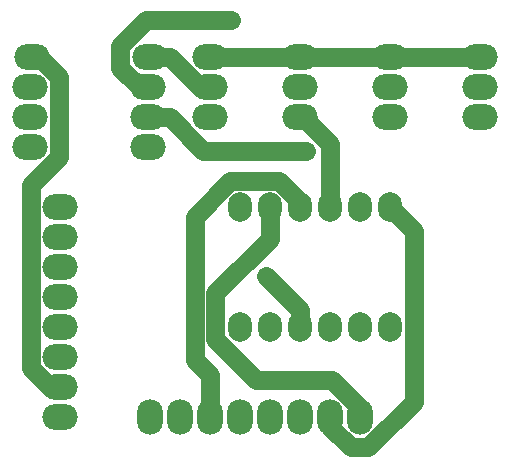
<source format=gtl>
G04 Layer: TopLayer*
G04 EasyEDA v6.5.22, 2022-12-21 06:26:03*
G04 44fb20df35f846389fc18a84798fcb8b,a0dd7df4febf45e98c33e1d5b3abf522,10*
G04 Gerber Generator version 0.2*
G04 Scale: 100 percent, Rotated: No, Reflected: No *
G04 Dimensions in millimeters *
G04 leading zeros omitted , absolute positions ,4 integer and 5 decimal *
%FSLAX45Y45*%
%MOMM*%

%ADD10C,1.6000*%
%ADD11O,2.999994X2.1999956000000003*%
%ADD12O,2.1999956000000003X2.999994*%
%ADD13O,1.9999959999999999X2.4999949999999997*%
%ADD14C,1.0000*%

%LPD*%
D10*
X529940Y3528974D02*
G01*
X591865Y3528974D01*
X761852Y3358995D01*
X761852Y2686608D01*
X520527Y2445283D01*
X520527Y897506D01*
X683033Y734999D01*
X767941Y734999D01*
X2545941Y2258999D02*
G01*
X2545941Y1994227D01*
X2085083Y1533370D01*
X2085083Y1148102D01*
X2432199Y800986D01*
X3067992Y800986D01*
X3307941Y561032D01*
X3307941Y480999D01*
X2799941Y1242999D02*
G01*
X2799941Y1391058D01*
X2514600Y1676400D01*
X2037941Y3274974D02*
G01*
X1955899Y3274974D01*
X1701899Y3528974D01*
X1529941Y3528974D01*
X1513941Y3020974D02*
G01*
X1701899Y3020974D01*
X1983991Y2738884D01*
X2850182Y2738884D01*
X4323915Y3528974D02*
G01*
X3561941Y3528974D01*
X3561941Y3528974D02*
G01*
X2799941Y3528974D01*
X2799941Y3528974D02*
G01*
X2037941Y3528974D01*
X2799941Y2258999D02*
G01*
X2799941Y2305123D01*
X2625216Y2479855D01*
X2210991Y2479855D01*
X1912157Y2181019D01*
X1912157Y964511D01*
X2037941Y838733D01*
X2037941Y480999D01*
X2799941Y3020974D02*
G01*
X2826580Y3020974D01*
X3053941Y2793621D01*
X3053941Y2258999D01*
X1513941Y3274974D02*
G01*
X1447391Y3274974D01*
X1280863Y3441494D01*
X1280863Y3625644D01*
X1500324Y3845105D01*
X2219883Y3845105D01*
X3561941Y2258999D02*
G01*
X3762860Y2058088D01*
X3762860Y608942D01*
X3380582Y226672D01*
X3230648Y226672D01*
X3053941Y403379D01*
X3053941Y480999D01*
D11*
G01*
X767935Y480989D03*
G01*
X767935Y734989D03*
G01*
X767935Y988989D03*
G01*
X767935Y1242989D03*
G01*
X767935Y1496989D03*
G01*
X767935Y1750989D03*
G01*
X767935Y2004989D03*
G01*
X767935Y2258989D03*
D12*
G01*
X3307933Y480989D03*
G01*
X3053933Y480989D03*
G01*
X2799933Y480989D03*
G01*
X2545933Y480989D03*
G01*
X2291933Y480989D03*
G01*
X2037933Y480989D03*
G01*
X1783933Y480989D03*
G01*
X1529933Y480989D03*
D13*
G01*
X2291933Y1242987D03*
G01*
X2545933Y1242987D03*
G01*
X2799933Y1242987D03*
G01*
X3053933Y1242987D03*
G01*
X3307933Y1242987D03*
G01*
X3561933Y1242987D03*
G01*
X3561933Y2258987D03*
G01*
X3307933Y2258987D03*
G01*
X3053933Y2258987D03*
G01*
X2799933Y2258987D03*
G01*
X2545933Y2258987D03*
G01*
X2291933Y2258987D03*
D11*
G01*
X1529933Y3528984D03*
G01*
X529935Y3528984D03*
G01*
X1513933Y3274984D03*
G01*
X513935Y3274984D03*
G01*
X1513933Y3020984D03*
G01*
X513935Y3020984D03*
G01*
X1513933Y2766984D03*
G01*
X513935Y2766984D03*
G01*
X2037933Y3528984D03*
G01*
X2037933Y3274984D03*
G01*
X2037933Y3020984D03*
G01*
X2799930Y3528984D03*
G01*
X2799930Y3274984D03*
G01*
X2799930Y3020984D03*
G01*
X3561930Y3528984D03*
G01*
X3561930Y3274984D03*
G01*
X3561930Y3020984D03*
G01*
X4323928Y3528984D03*
G01*
X4323928Y3274984D03*
G01*
X4323928Y3020984D03*
D14*
G01*
X2219883Y3845102D03*
G01*
X2850184Y2738881D03*
G01*
X2514600Y1676400D03*
M02*

</source>
